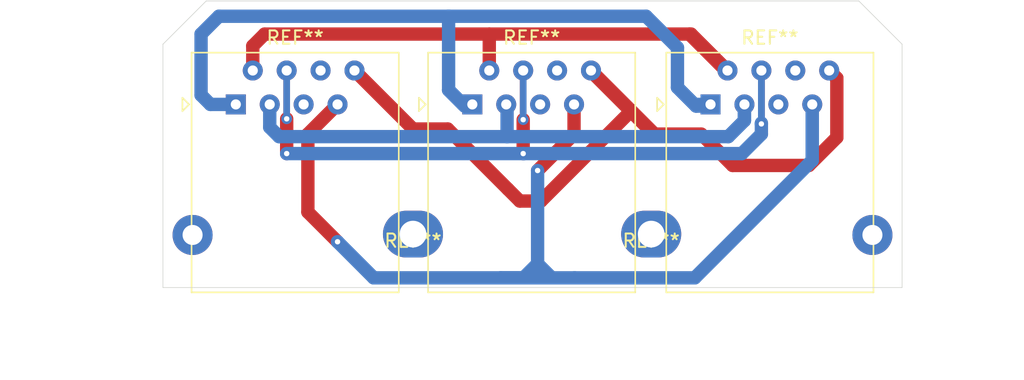
<source format=kicad_pcb>
(kicad_pcb (version 20171130) (host pcbnew "(5.1.12)-1")

  (general
    (thickness 1.6)
    (drawings 9)
    (tracks 102)
    (zones 0)
    (modules 5)
    (nets 1)
  )

  (page A4)
  (layers
    (0 F.Cu signal)
    (31 B.Cu signal)
    (32 B.Adhes user)
    (33 F.Adhes user)
    (34 B.Paste user)
    (35 F.Paste user)
    (36 B.SilkS user)
    (37 F.SilkS user)
    (38 B.Mask user)
    (39 F.Mask user)
    (40 Dwgs.User user)
    (41 Cmts.User user)
    (42 Eco1.User user)
    (43 Eco2.User user)
    (44 Edge.Cuts user)
    (45 Margin user)
    (46 B.CrtYd user)
    (47 F.CrtYd user)
    (48 B.Fab user)
    (49 F.Fab user)
  )

  (setup
    (last_trace_width 0.25)
    (user_trace_width 0.5)
    (user_trace_width 1)
    (trace_clearance 0.2)
    (zone_clearance 0.508)
    (zone_45_only no)
    (trace_min 0.2)
    (via_size 0.8)
    (via_drill 0.4)
    (via_min_size 0.4)
    (via_min_drill 0.3)
    (uvia_size 0.3)
    (uvia_drill 0.1)
    (uvias_allowed no)
    (uvia_min_size 0.2)
    (uvia_min_drill 0.1)
    (edge_width 0.05)
    (segment_width 0.2)
    (pcb_text_width 0.3)
    (pcb_text_size 1.5 1.5)
    (mod_edge_width 0.12)
    (mod_text_size 1 1)
    (mod_text_width 0.15)
    (pad_size 1.524 1.524)
    (pad_drill 0.762)
    (pad_to_mask_clearance 0)
    (aux_axis_origin 0 0)
    (visible_elements 7FFFFFFF)
    (pcbplotparams
      (layerselection 0x010fc_ffffffff)
      (usegerberextensions false)
      (usegerberattributes true)
      (usegerberadvancedattributes true)
      (creategerberjobfile true)
      (excludeedgelayer true)
      (linewidth 0.100000)
      (plotframeref false)
      (viasonmask false)
      (mode 1)
      (useauxorigin false)
      (hpglpennumber 1)
      (hpglpenspeed 20)
      (hpglpendiameter 15.000000)
      (psnegative false)
      (psa4output false)
      (plotreference true)
      (plotvalue true)
      (plotinvisibletext false)
      (padsonsilk false)
      (subtractmaskfromsilk false)
      (outputformat 1)
      (mirror false)
      (drillshape 1)
      (scaleselection 1)
      (outputdirectory ""))
  )

  (net 0 "")

  (net_class Default "This is the default net class."
    (clearance 0.2)
    (trace_width 0.25)
    (via_dia 0.8)
    (via_drill 0.4)
    (uvia_dia 0.3)
    (uvia_drill 0.1)
  )

  (module "" (layer F.Cu) (tedit 0) (tstamp 0)
    (at 232.918 42.8625)
    (fp_text reference "" (at 0 0) (layer F.SilkS)
      (effects (font (size 1.27 1.27) (thickness 0.15)))
    )
    (fp_text value "" (at 0 0) (layer F.SilkS)
      (effects (font (size 1.27 1.27) (thickness 0.15)))
    )
    (fp_text user dira (at 2.54 -0.5) (layer F.Fab)
      (effects (font (size 1 1) (thickness 0.15)))
    )
    (fp_text user REF** (at 2.54 0.5) (layer F.SilkS)
      (effects (font (size 1 1) (thickness 0.15)))
    )
    (pad 1 thru_hole oval (at 2.54 0) (size 4.5 3.5) (drill 2) (layers *.Cu *.Mask))
  )

  (module "" (layer F.Cu) (tedit 0) (tstamp 0)
    (at 215.0745 42.8625)
    (fp_text reference "" (at 0 0) (layer F.SilkS)
      (effects (font (size 1.27 1.27) (thickness 0.15)))
    )
    (fp_text value "" (at 0 0) (layer F.SilkS)
      (effects (font (size 1.27 1.27) (thickness 0.15)))
    )
    (fp_text user dira (at 2.54 -0.5) (layer F.Fab)
      (effects (font (size 1 1) (thickness 0.15)))
    )
    (fp_text user REF** (at 2.54 0.5) (layer F.SilkS)
      (effects (font (size 1 1) (thickness 0.15)))
    )
    (pad 1 thru_hole oval (at 2.54 0) (size 4.5 3.5) (drill 2) (layers *.Cu *.Mask))
  )

  (module Connector_RJ:RJ45_Amphenol_54602-x08_Horizontal (layer F.Cu) (tedit 5B103613) (tstamp 6539E42F)
    (at 204.343 33.147)
    (descr "8 Pol Shallow Latch Connector, Modjack, RJ45 (https://cdn.amphenol-icc.com/media/wysiwyg/files/drawing/c-bmj-0102.pdf)")
    (tags RJ45)
    (fp_text reference REF** (at 4.445 -5) (layer F.SilkS)
      (effects (font (size 1 1) (thickness 0.15)))
    )
    (fp_text value RJ45_Amphenol_54602-x08_Horizontal (at 4.445 4) (layer F.Fab)
      (effects (font (size 1 1) (thickness 0.15)))
    )
    (fp_line (start -4 0.5) (end -3.5 0) (layer F.SilkS) (width 0.12))
    (fp_line (start -4 -0.5) (end -4 0.5) (layer F.SilkS) (width 0.12))
    (fp_line (start -3.5 0) (end -4 -0.5) (layer F.SilkS) (width 0.12))
    (fp_line (start -3.205 13.97) (end -3.205 -2.77) (layer F.Fab) (width 0.12))
    (fp_line (start 12.095 13.97) (end -3.205 13.97) (layer F.Fab) (width 0.12))
    (fp_line (start 12.095 -3.77) (end 12.095 13.97) (layer F.Fab) (width 0.12))
    (fp_line (start -2.205 -3.77) (end 12.095 -3.77) (layer F.Fab) (width 0.12))
    (fp_line (start -3.205 -2.77) (end -2.205 -3.77) (layer F.Fab) (width 0.12))
    (fp_line (start -3.315 14.08) (end 12.205 14.08) (layer F.SilkS) (width 0.12))
    (fp_line (start 12.205 -3.88) (end 12.205 14.08) (layer F.SilkS) (width 0.12))
    (fp_line (start 12.205 -3.88) (end -3.315 -3.88) (layer F.SilkS) (width 0.12))
    (fp_line (start -3.315 -3.88) (end -3.315 14.08) (layer F.SilkS) (width 0.12))
    (fp_line (start -3.71 -4.27) (end 12.6 -4.27) (layer F.CrtYd) (width 0.05))
    (fp_line (start -3.71 -4.27) (end -3.71 14.47) (layer F.CrtYd) (width 0.05))
    (fp_line (start 12.6 14.47) (end 12.6 -4.27) (layer F.CrtYd) (width 0.05))
    (fp_line (start 12.6 14.47) (end -3.71 14.47) (layer F.CrtYd) (width 0.05))
    (fp_text user %R (at 4.445 2) (layer F.Fab)
      (effects (font (size 1 1) (thickness 0.15)))
    )
    (pad 8 thru_hole circle (at 8.89 -2.54) (size 1.5 1.5) (drill 0.76) (layers *.Cu *.Mask))
    (pad 7 thru_hole circle (at 7.62 0) (size 1.5 1.5) (drill 0.76) (layers *.Cu *.Mask))
    (pad 6 thru_hole circle (at 6.35 -2.54) (size 1.5 1.5) (drill 0.76) (layers *.Cu *.Mask))
    (pad 5 thru_hole circle (at 5.08 0) (size 1.5 1.5) (drill 0.76) (layers *.Cu *.Mask))
    (pad 4 thru_hole circle (at 3.81 -2.54) (size 1.5 1.5) (drill 0.76) (layers *.Cu *.Mask))
    (pad 3 thru_hole circle (at 2.54 0) (size 1.5 1.5) (drill 0.76) (layers *.Cu *.Mask))
    (pad 2 thru_hole circle (at 1.27 -2.54) (size 1.5 1.5) (drill 0.76) (layers *.Cu *.Mask))
    (pad 1 thru_hole rect (at 0 0) (size 1.5 1.5) (drill 0.76) (layers *.Cu *.Mask))
    (pad "" np_thru_hole circle (at -1.27 6.35) (size 3.2 3.2) (drill 3.2) (layers *.Cu *.Mask))
    (pad "" np_thru_hole circle (at 10.16 6.35) (size 3.2 3.2) (drill 3.2) (layers *.Cu *.Mask))
    (model ${KISYS3DMOD}/Connector_RJ.3dshapes/RJ45_Amphenol_54602-x08_Horizontal.wrl
      (at (xyz 0 0 0))
      (scale (xyz 1 1 1))
      (rotate (xyz 0 0 0))
    )
  )

  (module Connector_RJ:RJ45_Amphenol_54602-x08_Horizontal (layer F.Cu) (tedit 5B103613) (tstamp 6539E629)
    (at 239.903 33.147)
    (descr "8 Pol Shallow Latch Connector, Modjack, RJ45 (https://cdn.amphenol-icc.com/media/wysiwyg/files/drawing/c-bmj-0102.pdf)")
    (tags RJ45)
    (fp_text reference REF** (at 4.445 -5) (layer F.SilkS)
      (effects (font (size 1 1) (thickness 0.15)))
    )
    (fp_text value RJ45_Amphenol_54602-x08_Horizontal (at 4.445 4) (layer F.Fab)
      (effects (font (size 1 1) (thickness 0.15)))
    )
    (fp_line (start -4 0.5) (end -3.5 0) (layer F.SilkS) (width 0.12))
    (fp_line (start -4 -0.5) (end -4 0.5) (layer F.SilkS) (width 0.12))
    (fp_line (start -3.5 0) (end -4 -0.5) (layer F.SilkS) (width 0.12))
    (fp_line (start -3.205 13.97) (end -3.205 -2.77) (layer F.Fab) (width 0.12))
    (fp_line (start 12.095 13.97) (end -3.205 13.97) (layer F.Fab) (width 0.12))
    (fp_line (start 12.095 -3.77) (end 12.095 13.97) (layer F.Fab) (width 0.12))
    (fp_line (start -2.205 -3.77) (end 12.095 -3.77) (layer F.Fab) (width 0.12))
    (fp_line (start -3.205 -2.77) (end -2.205 -3.77) (layer F.Fab) (width 0.12))
    (fp_line (start -3.315 14.08) (end 12.205 14.08) (layer F.SilkS) (width 0.12))
    (fp_line (start 12.205 -3.88) (end 12.205 14.08) (layer F.SilkS) (width 0.12))
    (fp_line (start 12.205 -3.88) (end -3.315 -3.88) (layer F.SilkS) (width 0.12))
    (fp_line (start -3.315 -3.88) (end -3.315 14.08) (layer F.SilkS) (width 0.12))
    (fp_line (start -3.71 -4.27) (end 12.6 -4.27) (layer F.CrtYd) (width 0.05))
    (fp_line (start -3.71 -4.27) (end -3.71 14.47) (layer F.CrtYd) (width 0.05))
    (fp_line (start 12.6 14.47) (end 12.6 -4.27) (layer F.CrtYd) (width 0.05))
    (fp_line (start 12.6 14.47) (end -3.71 14.47) (layer F.CrtYd) (width 0.05))
    (fp_text user %R (at 4.445 2) (layer F.Fab)
      (effects (font (size 1 1) (thickness 0.15)))
    )
    (pad 8 thru_hole circle (at 8.89 -2.54) (size 1.5 1.5) (drill 0.76) (layers *.Cu *.Mask))
    (pad 7 thru_hole circle (at 7.62 0) (size 1.5 1.5) (drill 0.76) (layers *.Cu *.Mask))
    (pad 6 thru_hole circle (at 6.35 -2.54) (size 1.5 1.5) (drill 0.76) (layers *.Cu *.Mask))
    (pad 5 thru_hole circle (at 5.08 0) (size 1.5 1.5) (drill 0.76) (layers *.Cu *.Mask))
    (pad 4 thru_hole circle (at 3.81 -2.54) (size 1.5 1.5) (drill 0.76) (layers *.Cu *.Mask))
    (pad 3 thru_hole circle (at 2.54 0) (size 1.5 1.5) (drill 0.76) (layers *.Cu *.Mask))
    (pad 2 thru_hole circle (at 1.27 -2.54) (size 1.5 1.5) (drill 0.76) (layers *.Cu *.Mask))
    (pad 1 thru_hole rect (at 0 0) (size 1.5 1.5) (drill 0.76) (layers *.Cu *.Mask))
    (pad "" np_thru_hole circle (at -1.27 6.35) (size 3.2 3.2) (drill 3.2) (layers *.Cu *.Mask))
    (pad "" np_thru_hole circle (at 10.16 6.35) (size 3.2 3.2) (drill 3.2) (layers *.Cu *.Mask))
    (model ${KISYS3DMOD}/Connector_RJ.3dshapes/RJ45_Amphenol_54602-x08_Horizontal.wrl
      (at (xyz 0 0 0))
      (scale (xyz 1 1 1))
      (rotate (xyz 0 0 0))
    )
  )

  (module Connector_RJ:RJ45_Amphenol_54602-x08_Horizontal (layer F.Cu) (tedit 5B103613) (tstamp 6539E4C6)
    (at 222.0595 33.147)
    (descr "8 Pol Shallow Latch Connector, Modjack, RJ45 (https://cdn.amphenol-icc.com/media/wysiwyg/files/drawing/c-bmj-0102.pdf)")
    (tags RJ45)
    (fp_text reference REF** (at 4.445 -5) (layer F.SilkS)
      (effects (font (size 1 1) (thickness 0.15)))
    )
    (fp_text value RJ45_Amphenol_54602-x08_Horizontal (at 4.445 4) (layer F.Fab)
      (effects (font (size 1 1) (thickness 0.15)))
    )
    (fp_line (start -4 0.5) (end -3.5 0) (layer F.SilkS) (width 0.12))
    (fp_line (start -4 -0.5) (end -4 0.5) (layer F.SilkS) (width 0.12))
    (fp_line (start -3.5 0) (end -4 -0.5) (layer F.SilkS) (width 0.12))
    (fp_line (start -3.205 13.97) (end -3.205 -2.77) (layer F.Fab) (width 0.12))
    (fp_line (start 12.095 13.97) (end -3.205 13.97) (layer F.Fab) (width 0.12))
    (fp_line (start 12.095 -3.77) (end 12.095 13.97) (layer F.Fab) (width 0.12))
    (fp_line (start -2.205 -3.77) (end 12.095 -3.77) (layer F.Fab) (width 0.12))
    (fp_line (start -3.205 -2.77) (end -2.205 -3.77) (layer F.Fab) (width 0.12))
    (fp_line (start -3.315 14.08) (end 12.205 14.08) (layer F.SilkS) (width 0.12))
    (fp_line (start 12.205 -3.88) (end 12.205 14.08) (layer F.SilkS) (width 0.12))
    (fp_line (start 12.205 -3.88) (end -3.315 -3.88) (layer F.SilkS) (width 0.12))
    (fp_line (start -3.315 -3.88) (end -3.315 14.08) (layer F.SilkS) (width 0.12))
    (fp_line (start -3.71 -4.27) (end 12.6 -4.27) (layer F.CrtYd) (width 0.05))
    (fp_line (start -3.71 -4.27) (end -3.71 14.47) (layer F.CrtYd) (width 0.05))
    (fp_line (start 12.6 14.47) (end 12.6 -4.27) (layer F.CrtYd) (width 0.05))
    (fp_line (start 12.6 14.47) (end -3.71 14.47) (layer F.CrtYd) (width 0.05))
    (fp_text user %R (at 4.445 2) (layer F.Fab)
      (effects (font (size 1 1) (thickness 0.15)))
    )
    (pad 8 thru_hole circle (at 8.89 -2.54) (size 1.5 1.5) (drill 0.76) (layers *.Cu *.Mask))
    (pad 7 thru_hole circle (at 7.62 0) (size 1.5 1.5) (drill 0.76) (layers *.Cu *.Mask))
    (pad 6 thru_hole circle (at 6.35 -2.54) (size 1.5 1.5) (drill 0.76) (layers *.Cu *.Mask))
    (pad 5 thru_hole circle (at 5.08 0) (size 1.5 1.5) (drill 0.76) (layers *.Cu *.Mask))
    (pad 4 thru_hole circle (at 3.81 -2.54) (size 1.5 1.5) (drill 0.76) (layers *.Cu *.Mask))
    (pad 3 thru_hole circle (at 2.54 0) (size 1.5 1.5) (drill 0.76) (layers *.Cu *.Mask))
    (pad 2 thru_hole circle (at 1.27 -2.54) (size 1.5 1.5) (drill 0.76) (layers *.Cu *.Mask))
    (pad 1 thru_hole rect (at 0 0) (size 1.5 1.5) (drill 0.76) (layers *.Cu *.Mask))
    (pad "" np_thru_hole circle (at -1.27 6.35) (size 3.2 3.2) (drill 3.2) (layers *.Cu *.Mask))
    (pad "" np_thru_hole circle (at 10.16 6.35) (size 3.2 3.2) (drill 3.2) (layers *.Cu *.Mask))
    (model ${KISYS3DMOD}/Connector_RJ.3dshapes/RJ45_Amphenol_54602-x08_Horizontal.wrl
      (at (xyz 0 0 0))
      (scale (xyz 1 1 1))
      (rotate (xyz 0 0 0))
    )
  )

  (dimension 21.463 (width 0.15) (layer Dwgs.User)
    (gr_text "21.463 mm" (at 262.031 36.1315 270) (layer Dwgs.User)
      (effects (font (size 1 1) (thickness 0.15)))
    )
    (feature1 (pts (xy 251.0155 46.863) (xy 261.317421 46.863)))
    (feature2 (pts (xy 251.0155 25.4) (xy 261.317421 25.4)))
    (crossbar (pts (xy 260.731 25.4) (xy 260.731 46.863)))
    (arrow1a (pts (xy 260.731 46.863) (xy 260.144579 45.736496)))
    (arrow1b (pts (xy 260.731 46.863) (xy 261.317421 45.736496)))
    (arrow2a (pts (xy 260.731 25.4) (xy 260.144579 26.526504)))
    (arrow2b (pts (xy 260.731 25.4) (xy 261.317421 26.526504)))
  )
  (dimension 55.372 (width 0.15) (layer Dwgs.User)
    (gr_text "55.372 mm" (at 226.568 54.4495) (layer Dwgs.User)
      (effects (font (size 1 1) (thickness 0.15)))
    )
    (feature1 (pts (xy 198.882 46.863) (xy 198.882 53.735921)))
    (feature2 (pts (xy 254.254 46.863) (xy 254.254 53.735921)))
    (crossbar (pts (xy 254.254 53.1495) (xy 198.882 53.1495)))
    (arrow1a (pts (xy 198.882 53.1495) (xy 200.008504 52.563079)))
    (arrow1b (pts (xy 198.882 53.1495) (xy 200.008504 53.735921)))
    (arrow2a (pts (xy 254.254 53.1495) (xy 253.127496 52.563079)))
    (arrow2b (pts (xy 254.254 53.1495) (xy 253.127496 53.735921)))
  )
  (dimension 0.254 (width 0.15) (layer Dwgs.User)
    (gr_text "0.254 mm" (at 190.343 36.195 270) (layer Dwgs.User)
      (effects (font (size 1 1) (thickness 0.15)))
    )
    (feature1 (pts (xy 224.5995 36.322) (xy 191.056579 36.322)))
    (feature2 (pts (xy 224.5995 36.068) (xy 191.056579 36.068)))
    (crossbar (pts (xy 191.643 36.068) (xy 191.643 36.322)))
    (arrow1a (pts (xy 191.643 36.322) (xy 191.056579 35.195496)))
    (arrow1b (pts (xy 191.643 36.322) (xy 192.229421 35.195496)))
    (arrow2a (pts (xy 191.643 36.068) (xy 191.056579 37.194504)))
    (arrow2b (pts (xy 191.643 36.068) (xy 192.229421 37.194504)))
  )
  (gr_line (start 198.882 46.863) (end 198.882 28.6385) (layer Edge.Cuts) (width 0.05) (tstamp 6539F13F))
  (gr_line (start 202.1205 25.4) (end 251.0155 25.4) (layer Edge.Cuts) (width 0.05) (tstamp 6539F13E))
  (gr_line (start 202.1205 25.4) (end 198.882 28.6385) (layer Edge.Cuts) (width 0.05))
  (gr_line (start 254.254 28.6385) (end 254.254 46.863) (layer Edge.Cuts) (width 0.05) (tstamp 6539F12A))
  (gr_line (start 251.0155 25.4) (end 254.254 28.6385) (layer Edge.Cuts) (width 0.05))
  (gr_line (start 254.254 46.863) (end 198.882 46.863) (layer Edge.Cuts) (width 0.05))

  (segment (start 239.903 33.274) (end 239.395 33.274) (width 0.25) (layer B.Cu) (net 0))
  (segment (start 239.903 33.274) (end 238.8235 33.274) (width 1) (layer B.Cu) (net 0))
  (segment (start 238.8235 33.274) (end 237.4265 31.877) (width 1) (layer B.Cu) (net 0))
  (segment (start 237.4265 31.877) (end 237.4265 28.8925) (width 1) (layer B.Cu) (net 0))
  (segment (start 237.4265 28.8925) (end 235.077 26.543) (width 1) (layer B.Cu) (net 0))
  (segment (start 203.073 26.543) (end 201.7395 27.8765) (width 1) (layer B.Cu) (net 0))
  (segment (start 201.7395 27.8765) (end 201.7395 32.4485) (width 1) (layer B.Cu) (net 0))
  (segment (start 202.438 33.147) (end 204.343 33.147) (width 1) (layer B.Cu) (net 0))
  (segment (start 201.7395 32.4485) (end 202.438 33.147) (width 1) (layer B.Cu) (net 0))
  (segment (start 222.123 33.274) (end 221.488 33.274) (width 1) (layer B.Cu) (net 0))
  (segment (start 220.2815 32.0675) (end 220.2815 26.543) (width 1) (layer B.Cu) (net 0))
  (segment (start 221.488 33.274) (end 220.2815 32.0675) (width 1) (layer B.Cu) (net 0))
  (segment (start 220.2815 26.543) (end 203.073 26.543) (width 1) (layer B.Cu) (net 0))
  (segment (start 235.077 26.543) (end 220.2815 26.543) (width 1) (layer B.Cu) (net 0))
  (segment (start 205.613 30.607) (end 205.613 28.7655) (width 1) (layer F.Cu) (net 0))
  (segment (start 205.613 28.7655) (end 206.502 27.8765) (width 1) (layer F.Cu) (net 0))
  (segment (start 238.3155 27.8765) (end 241.173 30.734) (width 1) (layer F.Cu) (net 0))
  (segment (start 223.3295 27.8765) (end 238.3155 27.8765) (width 1) (layer F.Cu) (net 0))
  (segment (start 206.502 27.8765) (end 223.3295 27.8765) (width 1) (layer F.Cu) (net 0))
  (segment (start 243.6495 34.6075) (end 243.6495 34.6075) (width 0.5) (layer B.Cu) (net 0) (tstamp 6539EE6A))
  (segment (start 243.713 34.544) (end 243.713 34.544) (width 0.5) (layer B.Cu) (net 0))
  (segment (start 243.713 30.734) (end 243.713 34.544) (width 0.5) (layer B.Cu) (net 0))
  (segment (start 243.713 34.544) (end 243.6495 34.6075) (width 0.5) (layer B.Cu) (net 0) (tstamp 6539EE8B))
  (segment (start 247.523 33.274) (end 247.523 37.338) (width 1) (layer B.Cu) (net 0))
  (segment (start 247.523 37.338) (end 238.72301 46.13799) (width 1) (layer B.Cu) (net 0))
  (segment (start 214.66699 46.13799) (end 211.963 43.434) (width 1) (layer B.Cu) (net 0))
  (segment (start 211.963 43.434) (end 211.963 43.434) (width 1) (layer B.Cu) (net 0) (tstamp 6539EECB))
  (via (at 211.963 43.434) (size 0.8) (drill 0.4) (layers F.Cu B.Cu) (net 0))
  (segment (start 238.72301 46.13799) (end 229.71649 46.13799) (width 1) (layer B.Cu) (net 0))
  (segment (start 206.883 33.147) (end 206.883 34.8615) (width 1) (layer B.Cu) (net 0))
  (segment (start 206.883 34.8615) (end 207.5815 35.56) (width 1) (layer B.Cu) (net 0))
  (segment (start 241.2365 35.56) (end 242.443 34.3535) (width 1) (layer B.Cu) (net 0))
  (segment (start 242.443 34.3535) (end 242.443 33.274) (width 1) (layer B.Cu) (net 0))
  (segment (start 224.663 33.274) (end 224.663 35.56) (width 1) (layer B.Cu) (net 0))
  (segment (start 224.663 35.56) (end 241.2365 35.56) (width 1) (layer B.Cu) (net 0))
  (segment (start 207.5815 35.56) (end 224.663 35.56) (width 1) (layer B.Cu) (net 0))
  (segment (start 243.713 34.544) (end 243.713 34.6075) (width 1) (layer B.Cu) (net 0))
  (segment (start 243.713 35.3695) (end 242.2525 36.83) (width 1) (layer B.Cu) (net 0))
  (segment (start 242.2525 36.83) (end 225.933 36.83) (width 1) (layer B.Cu) (net 0))
  (segment (start 208.153 36.83) (end 208.153 36.83) (width 1) (layer B.Cu) (net 0) (tstamp 6539F11F))
  (via (at 208.153 36.83) (size 0.8) (drill 0.4) (layers F.Cu B.Cu) (net 0))
  (segment (start 225.933 36.83) (end 225.8695 36.83) (width 1) (layer B.Cu) (net 0) (tstamp 6539F121))
  (segment (start 213.233 30.607) (end 217.6145 34.9885) (width 1) (layer F.Cu) (net 0))
  (segment (start 211.963 43.434) (end 209.7405 41.2115) (width 1) (layer F.Cu) (net 0))
  (segment (start 209.7405 35.3695) (end 211.963 33.147) (width 1) (layer F.Cu) (net 0))
  (segment (start 209.7405 41.2115) (end 209.7405 35.3695) (width 1) (layer F.Cu) (net 0))
  (segment (start 217.6145 34.9885) (end 220.218 34.9885) (width 1) (layer F.Cu) (net 0))
  (segment (start 220.218 34.9885) (end 224.7265 39.497) (width 1) (layer F.Cu) (net 0))
  (via (at 226.949 38.1) (size 0.8) (drill 0.4) (layers F.Cu B.Cu) (net 0))
  (segment (start 225.6155 40.386) (end 227.203 40.386) (width 1) (layer F.Cu) (net 0))
  (segment (start 225.6155 40.386) (end 224.7265 39.497) (width 1) (layer F.Cu) (net 0))
  (segment (start 233.83875 33.75025) (end 233.83875 33.55975) (width 1) (layer F.Cu) (net 0))
  (segment (start 227.203 40.386) (end 233.83875 33.75025) (width 1) (layer F.Cu) (net 0))
  (segment (start 233.83875 33.55975) (end 231.013 30.734) (width 1) (layer F.Cu) (net 0))
  (segment (start 248.92 30.734) (end 248.793 30.734) (width 1) (layer F.Cu) (net 0))
  (segment (start 249.3645 31.1785) (end 248.92 30.734) (width 1) (layer F.Cu) (net 0))
  (segment (start 249.3645 35.6235) (end 249.3645 31.1785) (width 1) (layer F.Cu) (net 0))
  (segment (start 247.269 37.719) (end 249.3645 35.6235) (width 1) (layer F.Cu) (net 0))
  (segment (start 241.554 37.719) (end 247.269 37.719) (width 1) (layer F.Cu) (net 0))
  (segment (start 239.2045 35.3695) (end 241.554 37.719) (width 1) (layer F.Cu) (net 0))
  (segment (start 235.6485 35.3695) (end 239.2045 35.3695) (width 1) (layer F.Cu) (net 0))
  (segment (start 233.83875 33.55975) (end 235.6485 35.3695) (width 1) (layer F.Cu) (net 0))
  (segment (start 226.949 46.11148) (end 226.97551 46.13799) (width 1) (layer B.Cu) (net 0))
  (segment (start 243.713 34.6075) (end 243.713 35.3695) (width 1) (layer B.Cu) (net 0) (tstamp 6539F2B4))
  (via (at 243.713 34.6075) (size 0.8) (drill 0.4) (layers F.Cu B.Cu) (net 0))
  (segment (start 243.713 34.6075) (end 243.713 30.734) (width 0.5) (layer F.Cu) (net 0))
  (via (at 201.1045 42.926) (size 3) (drill 1.5) (layers F.Cu B.Cu) (net 0))
  (via (at 252.0315 42.926) (size 3) (drill 1.5) (layers F.Cu B.Cu) (net 0))
  (segment (start 248.793 30.607) (end 249.3645 31.1785) (width 1) (layer F.Cu) (net 0))
  (segment (start 243.713 30.607) (end 243.713 34.6075) (width 0.5) (layer B.Cu) (net 0))
  (segment (start 238.9505 33.147) (end 238.8235 33.274) (width 0.5) (layer B.Cu) (net 0))
  (segment (start 238.9505 33.147) (end 239.903 33.147) (width 1) (layer B.Cu) (net 0))
  (segment (start 238.4425 27.8765) (end 238.3155 27.8765) (width 1) (layer F.Cu) (net 0))
  (segment (start 241.173 30.607) (end 238.4425 27.8765) (width 1) (layer F.Cu) (net 0))
  (segment (start 242.443 33.147) (end 242.443 34.3535) (width 1) (layer B.Cu) (net 0))
  (segment (start 247.523 33.147) (end 247.523 37.338) (width 1) (layer B.Cu) (net 0))
  (segment (start 225.8695 36.83) (end 208.153 36.83) (width 1) (layer B.Cu) (net 0) (tstamp 6539F840))
  (via (at 225.8695 36.83) (size 0.8) (drill 0.4) (layers F.Cu B.Cu) (net 0))
  (segment (start 223.3295 30.607) (end 223.3295 27.8765) (width 1) (layer F.Cu) (net 0))
  (segment (start 235.6485 35.306) (end 235.6485 35.3695) (width 1) (layer F.Cu) (net 0))
  (segment (start 230.9495 30.607) (end 235.6485 35.306) (width 1) (layer F.Cu) (net 0))
  (segment (start 229.6795 35.3695) (end 226.949 38.1) (width 1) (layer F.Cu) (net 0))
  (segment (start 229.6795 33.147) (end 229.6795 35.3695) (width 1) (layer F.Cu) (net 0))
  (segment (start 221.361 33.147) (end 220.2815 32.0675) (width 1) (layer B.Cu) (net 0))
  (segment (start 222.0595 33.147) (end 221.361 33.147) (width 1) (layer B.Cu) (net 0))
  (segment (start 225.8695 36.83) (end 225.8695 34.29) (width 1) (layer F.Cu) (net 0))
  (via (at 225.8695 34.29) (size 0.8) (drill 0.4) (layers F.Cu B.Cu) (net 0))
  (segment (start 225.8695 34.29) (end 225.8695 30.607) (width 0.5) (layer F.Cu) (net 0) (tstamp 653A952C) (status 40000))
  (segment (start 225.8695 34.29) (end 225.8695 30.607) (width 0.5) (layer B.Cu) (net 0))
  (via (at 208.153 34.2265) (size 0.8) (drill 0.4) (layers F.Cu B.Cu) (net 0))
  (segment (start 208.153 36.83) (end 208.153 34.2265) (width 1) (layer F.Cu) (net 0))
  (segment (start 208.153 30.607) (end 208.153 34.2265) (width 0.5) (layer F.Cu) (net 0))
  (segment (start 208.153 34.2265) (end 208.153 30.607) (width 0.5) (layer B.Cu) (net 0))
  (segment (start 225.89601 46.13799) (end 226.949 45.085) (width 1) (layer B.Cu) (net 0))
  (segment (start 224.19199 46.13799) (end 225.89601 46.13799) (width 1) (layer B.Cu) (net 0))
  (segment (start 226.949 38.1) (end 226.949 45.085) (width 1) (layer B.Cu) (net 0))
  (segment (start 226.97551 46.13799) (end 224.19199 46.13799) (width 1) (layer B.Cu) (net 0))
  (segment (start 226.949 45.085) (end 226.949 46.11148) (width 1) (layer B.Cu) (net 0))
  (segment (start 224.19199 46.13799) (end 214.66699 46.13799) (width 1) (layer B.Cu) (net 0))
  (segment (start 226.949 45.085) (end 228.00199 46.13799) (width 1) (layer B.Cu) (net 0))
  (segment (start 228.00199 46.13799) (end 226.97551 46.13799) (width 1) (layer B.Cu) (net 0))
  (segment (start 229.71649 46.13799) (end 228.00199 46.13799) (width 1) (layer B.Cu) (net 0))

)

</source>
